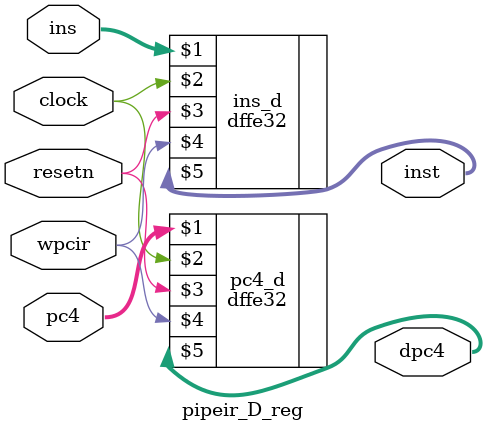
<source format=v>
module pipeir_D_reg (pc4, ins, wpcir, clock, resetn, dpc4, inst);
	// ins: input, may be blocked by wpcir
	// inst: output, will be used after
	input  [31:0] pc4, ins;
	input         wpcir, clock, resetn;
	output [31:0] dpc4, inst;

	dffe32 pc4_d (pc4, clock, resetn, wpcir, dpc4);
	dffe32 ins_d (ins, clock, resetn, wpcir, inst);
	
endmodule
</source>
